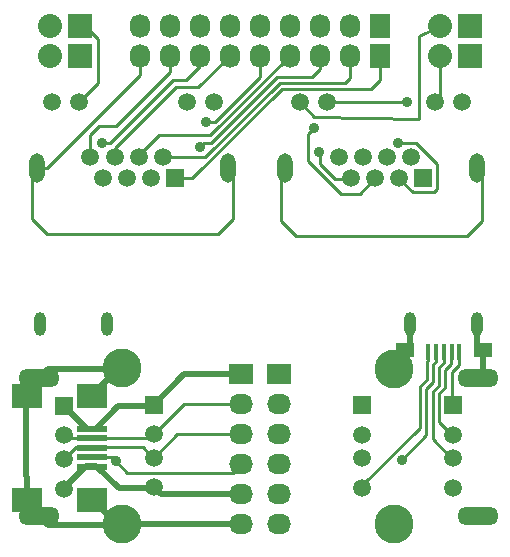
<source format=gbr>
G04 #@! TF.FileFunction,Copper,L1,Top,Signal*
%FSLAX46Y46*%
G04 Gerber Fmt 4.6, Leading zero omitted, Abs format (unit mm)*
G04 Created by KiCad (PCBNEW (2015-01-08 BZR 5360)-product) date 2015-01-22T23:58:58 CET*
%MOMM*%
G01*
G04 APERTURE LIST*
%ADD10C,0.100000*%
%ADD11R,2.032000X2.032000*%
%ADD12O,2.032000X2.032000*%
%ADD13R,1.727200X2.032000*%
%ADD14O,1.727200X2.032000*%
%ADD15R,1.500000X1.500000*%
%ADD16C,1.500000*%
%ADD17O,1.300000X2.500000*%
%ADD18R,2.032000X1.727200*%
%ADD19O,2.032000X1.727200*%
%ADD20C,3.300000*%
%ADD21O,3.500000X1.500000*%
%ADD22R,2.500000X0.500000*%
%ADD23R,2.500000X2.000000*%
%ADD24O,1.000000X2.000000*%
%ADD25R,0.400000X1.350000*%
%ADD26R,1.600000X1.200000*%
%ADD27C,0.889000*%
%ADD28C,0.254000*%
%ADD29C,0.508000*%
G04 APERTURE END LIST*
D10*
D11*
X67305000Y-62145000D03*
D12*
X64765000Y-62145000D03*
D11*
X67305000Y-64685000D03*
D12*
X64765000Y-64685000D03*
D13*
X92705000Y-64685000D03*
D14*
X90165000Y-64685000D03*
X87625000Y-64685000D03*
X85085000Y-64685000D03*
X82545000Y-64685000D03*
X80005000Y-64685000D03*
X77465000Y-64685000D03*
X74925000Y-64685000D03*
X72385000Y-64685000D03*
D11*
X100325000Y-64685000D03*
D12*
X97785000Y-64685000D03*
D13*
X92705000Y-62145000D03*
D14*
X90165000Y-62145000D03*
X87625000Y-62145000D03*
X85085000Y-62145000D03*
X82545000Y-62145000D03*
X80005000Y-62145000D03*
X77465000Y-62145000D03*
X74925000Y-62145000D03*
X72385000Y-62145000D03*
D11*
X100325000Y-62145000D03*
D12*
X97785000Y-62145000D03*
D15*
X96400000Y-75080000D03*
D16*
X95380000Y-73300000D03*
X94360000Y-75080000D03*
X93340000Y-73300000D03*
X92320000Y-75080000D03*
X91300000Y-73300000D03*
X90280000Y-75080000D03*
X89260000Y-73300000D03*
D17*
X100930000Y-74190000D03*
X84730000Y-74190000D03*
D16*
X97400000Y-68620000D03*
X99690000Y-68620000D03*
X85970000Y-68620000D03*
X88260000Y-68620000D03*
D15*
X75370000Y-75080000D03*
D16*
X74350000Y-73300000D03*
X73330000Y-75080000D03*
X72310000Y-73300000D03*
X71290000Y-75080000D03*
X70270000Y-73300000D03*
X69250000Y-75080000D03*
X68230000Y-73300000D03*
D17*
X79900000Y-74190000D03*
X63700000Y-74190000D03*
D16*
X76370000Y-68620000D03*
X78660000Y-68620000D03*
X64940000Y-68620000D03*
X67230000Y-68620000D03*
D18*
X81010000Y-91675000D03*
D19*
X81010000Y-94215000D03*
X81010000Y-96755000D03*
X81010000Y-99295000D03*
X81010000Y-101835000D03*
X81010000Y-104375000D03*
D18*
X84185000Y-91675000D03*
D19*
X84185000Y-94215000D03*
X84185000Y-96755000D03*
X84185000Y-99295000D03*
X84185000Y-101835000D03*
X84185000Y-104375000D03*
D15*
X73600000Y-94250000D03*
D16*
X73600000Y-96750000D03*
X73600000Y-98750000D03*
X73600000Y-101250000D03*
D20*
X70890000Y-104321000D03*
X70890000Y-91179000D03*
D15*
X91200000Y-94300000D03*
D16*
X91200000Y-96800000D03*
X91200000Y-98800000D03*
X91200000Y-101300000D03*
D20*
X93910000Y-104371000D03*
X93910000Y-91229000D03*
D16*
X98900000Y-101300000D03*
X98900000Y-98800000D03*
X98900000Y-96800000D03*
D15*
X98900000Y-94300000D03*
D21*
X101000000Y-91950000D03*
X101000000Y-103650000D03*
D16*
X66000000Y-101350000D03*
X66000000Y-98850000D03*
X66000000Y-96850000D03*
D15*
X66000000Y-94350000D03*
D21*
X63900000Y-92000000D03*
X63900000Y-103700000D03*
D22*
X68350000Y-96300000D03*
X68350000Y-97100000D03*
X68350000Y-97900000D03*
X68350000Y-98700000D03*
X68350000Y-99500000D03*
D23*
X62850000Y-102300000D03*
X68350000Y-102300000D03*
X68350000Y-93500000D03*
X62850000Y-93500000D03*
D24*
X95325000Y-87400000D03*
D25*
X99450000Y-89800000D03*
X98800000Y-89800000D03*
X98150000Y-89800000D03*
X97500000Y-89800000D03*
X96850000Y-89800000D03*
D24*
X100975000Y-87400000D03*
D26*
X101450000Y-89650000D03*
X94850000Y-89650000D03*
D24*
X69625000Y-87400000D03*
X63975000Y-87400000D03*
D27*
X77465000Y-72432000D03*
X77973000Y-70273000D03*
X69210000Y-72051000D03*
X94229000Y-72051000D03*
X87117000Y-70781000D03*
X87561500Y-72813000D03*
X94991000Y-68622000D03*
X70367400Y-99011600D03*
X94599000Y-98914000D03*
D28*
X92705000Y-66717000D02*
X92705000Y-64685000D01*
X91943000Y-67479000D02*
X92705000Y-66717000D01*
X84450000Y-67479000D02*
X91943000Y-67479000D01*
X76834000Y-75095000D02*
X84450000Y-67479000D01*
X75365000Y-75095000D02*
X76834000Y-75095000D01*
D29*
X68395000Y-96266800D02*
X67935000Y-96266800D01*
X70597200Y-94336800D02*
X68667200Y-96266800D01*
X68667200Y-96266800D02*
X68395000Y-96266800D01*
X73625000Y-94336800D02*
X70597200Y-94336800D01*
X67935000Y-96266800D02*
X66005000Y-94336800D01*
X76175000Y-91675000D02*
X73600000Y-94250000D01*
X81010000Y-91675000D02*
X76175000Y-91675000D01*
D28*
X84029156Y-66462996D02*
X86990000Y-66462996D01*
X86990000Y-66462996D02*
X87625000Y-65827996D01*
X87625000Y-65827996D02*
X87625000Y-64685000D01*
X77846000Y-72051000D02*
X78441152Y-72051000D01*
X77465000Y-72432000D02*
X77846000Y-72051000D01*
X78441152Y-72051000D02*
X84029156Y-66462996D01*
X66975000Y-97866800D02*
X66005000Y-98836800D01*
X72655000Y-97866800D02*
X73625000Y-98836800D01*
X68395000Y-97866800D02*
X66975000Y-97866800D01*
X68395000Y-97866800D02*
X72655000Y-97866800D01*
X75595000Y-96755000D02*
X73600000Y-98750000D01*
X81010000Y-96755000D02*
X75595000Y-96755000D01*
X89784000Y-66970998D02*
X90165000Y-66589998D01*
X84239578Y-66970998D02*
X89784000Y-66970998D01*
X90165000Y-66589998D02*
X90165000Y-64685000D01*
X77895576Y-73315000D02*
X84239578Y-66970998D01*
X74345000Y-73315000D02*
X77895576Y-73315000D01*
X68395000Y-97066800D02*
X66235000Y-97066800D01*
X66235000Y-97066800D02*
X66005000Y-96836800D01*
X73395000Y-97066800D02*
X73625000Y-96836800D01*
X68395000Y-97066800D02*
X73395000Y-97066800D01*
X76135000Y-94215000D02*
X73600000Y-96750000D01*
X81010000Y-94215000D02*
X76135000Y-94215000D01*
X85085000Y-64688728D02*
X85085000Y-64685000D01*
X78357728Y-71416000D02*
X85085000Y-64688728D01*
X74036000Y-71416000D02*
X78357728Y-71416000D01*
X72305000Y-73315000D02*
X72305000Y-73147000D01*
X72305000Y-73147000D02*
X74036000Y-71416000D01*
D29*
X73625000Y-101336800D02*
X70609800Y-101336800D01*
X67875000Y-99466800D02*
X66005000Y-101336800D01*
X68395000Y-99466800D02*
X67875000Y-99466800D01*
X70609800Y-101336800D02*
X68739800Y-99466800D01*
X68739800Y-99466800D02*
X68395000Y-99466800D01*
X74185000Y-101835000D02*
X73600000Y-101250000D01*
X81010000Y-101835000D02*
X74185000Y-101835000D01*
D28*
X82545000Y-64685000D02*
X82545000Y-66463000D01*
X82545000Y-66463000D02*
X78735000Y-70273000D01*
X78735000Y-70273000D02*
X77973000Y-70273000D01*
D29*
X70915000Y-91265800D02*
X64626000Y-91265800D01*
X64626000Y-91265800D02*
X63905000Y-91986800D01*
X63905000Y-103686800D02*
X63905000Y-103276800D01*
X63905000Y-103276800D02*
X62895000Y-102266800D01*
X70915000Y-104407800D02*
X70536000Y-104407800D01*
X70536000Y-104407800D02*
X68395000Y-102266800D01*
X70915000Y-104407800D02*
X64626000Y-104407800D01*
X64626000Y-104407800D02*
X63905000Y-103686800D01*
X62895000Y-93466800D02*
X62895000Y-92996800D01*
X62895000Y-92996800D02*
X63905000Y-91986800D01*
X70915000Y-91265800D02*
X70596000Y-91265800D01*
X70596000Y-91265800D02*
X68395000Y-93466800D01*
D28*
X71132200Y-104625000D02*
X70915000Y-104407800D01*
D29*
X70944000Y-104375000D02*
X70890000Y-104321000D01*
X81010000Y-104375000D02*
X70944000Y-104375000D01*
X62800000Y-93550000D02*
X62850000Y-93500000D01*
X62850000Y-100350000D02*
X62800000Y-100300000D01*
X62800000Y-100300000D02*
X62800000Y-93550000D01*
X62850000Y-102300000D02*
X62850000Y-100350000D01*
D28*
X77338000Y-67352000D02*
X80005000Y-64685000D01*
X70265000Y-73315000D02*
X70265000Y-72520000D01*
X75433000Y-67352000D02*
X77338000Y-67352000D01*
X70265000Y-72520000D02*
X75433000Y-67352000D01*
X77465000Y-65574000D02*
X77465000Y-64685000D01*
X76322000Y-66717000D02*
X77465000Y-65574000D01*
X75179000Y-66717000D02*
X76322000Y-66717000D01*
X69845000Y-72051000D02*
X75179000Y-66717000D01*
X69210000Y-72051000D02*
X69845000Y-72051000D01*
X74925000Y-66082000D02*
X74925000Y-64685000D01*
X68225000Y-73315000D02*
X68225000Y-71385000D01*
X70353000Y-70654000D02*
X74925000Y-66082000D01*
X68956000Y-70654000D02*
X70353000Y-70654000D01*
X68225000Y-71385000D02*
X68956000Y-70654000D01*
X67305000Y-62145000D02*
X67733000Y-62145000D01*
X67733000Y-62145000D02*
X68834000Y-63246000D01*
X68834000Y-63246000D02*
X68834000Y-67016000D01*
X68834000Y-67016000D02*
X67230000Y-68620000D01*
X97327800Y-76267400D02*
X97581800Y-76013400D01*
X97581800Y-76013400D02*
X97581800Y-73879800D01*
X97581800Y-73879800D02*
X95753000Y-72051000D01*
X95753000Y-72051000D02*
X94229000Y-72051000D01*
X95499000Y-76267400D02*
X97327800Y-76267400D01*
X94362000Y-75099000D02*
X94362000Y-75130400D01*
X94362000Y-75130400D02*
X95499000Y-76267400D01*
X86609000Y-71289000D02*
X87117000Y-70781000D01*
X86609000Y-73575000D02*
X86609000Y-71289000D01*
X89403000Y-76369000D02*
X86609000Y-73575000D01*
X92285000Y-75095000D02*
X91011000Y-76369000D01*
X91011000Y-76369000D02*
X89403000Y-76369000D01*
X87561500Y-72813000D02*
X87625000Y-72876500D01*
X87625000Y-72876500D02*
X87625000Y-73829000D01*
X87625000Y-73829000D02*
X88895000Y-75099000D01*
X88895000Y-75099000D02*
X90282000Y-75099000D01*
X90241000Y-75099000D02*
X90245000Y-75095000D01*
X97365000Y-68635000D02*
X97785000Y-68215000D01*
X97785000Y-68215000D02*
X97785000Y-64685000D01*
X85935000Y-68635000D02*
X87192000Y-69892000D01*
X87192000Y-69892000D02*
X96007000Y-70019000D01*
X96007000Y-70019000D02*
X96007000Y-63034000D01*
X96007000Y-63034000D02*
X97785000Y-62145000D01*
X88238000Y-68622000D02*
X94991000Y-68622000D01*
X88225000Y-68635000D02*
X88238000Y-68622000D01*
X72385000Y-66336000D02*
X72385000Y-64685000D01*
X63695000Y-74205000D02*
X63241000Y-74659000D01*
X80259000Y-74569000D02*
X79895000Y-74205000D01*
X80259000Y-78528000D02*
X80259000Y-74569000D01*
X78989000Y-79798000D02*
X80259000Y-78528000D01*
X64511000Y-79798000D02*
X78989000Y-79798000D01*
X63241000Y-78528000D02*
X64511000Y-79798000D01*
X63241000Y-74659000D02*
X63241000Y-78528000D01*
X63695000Y-74205000D02*
X64516000Y-74205000D01*
X64516000Y-74205000D02*
X72385000Y-66336000D01*
X84695000Y-74205000D02*
X84323000Y-74577000D01*
X101341000Y-74651000D02*
X100895000Y-74205000D01*
X101341000Y-78655000D02*
X101341000Y-74651000D01*
X100071000Y-79925000D02*
X101341000Y-78655000D01*
X85593000Y-79925000D02*
X100071000Y-79925000D01*
X84323000Y-78655000D02*
X85593000Y-79925000D01*
X84323000Y-74577000D02*
X84323000Y-78655000D01*
X80476600Y-99828400D02*
X81010000Y-99295000D01*
X70022600Y-98666800D02*
X70367400Y-99011600D01*
X68395000Y-98666800D02*
X70022600Y-98666800D01*
X70367400Y-99017400D02*
X71350000Y-100000000D01*
X71350000Y-100000000D02*
X80305000Y-100000000D01*
X80305000Y-100000000D02*
X81010000Y-99295000D01*
X70367400Y-99011600D02*
X70367400Y-99017400D01*
X99445000Y-89804300D02*
X99445000Y-90893000D01*
X99445000Y-90893000D02*
X98815400Y-91522600D01*
X98815400Y-91522600D02*
X98815400Y-94274700D01*
X98815400Y-94274700D02*
X98865000Y-94324300D01*
X97723200Y-93351400D02*
X97723200Y-95682500D01*
X97723200Y-95682500D02*
X98865000Y-96824300D01*
X98282000Y-92792600D02*
X97723200Y-93351400D01*
X98282000Y-91319400D02*
X98282000Y-92792600D01*
X98795000Y-90806400D02*
X98282000Y-91319400D01*
X98795000Y-89804300D02*
X98795000Y-90806400D01*
X97189800Y-97149100D02*
X98865000Y-98824300D01*
X97189800Y-93148200D02*
X97189800Y-97149100D01*
X97748600Y-92589400D02*
X97189800Y-93148200D01*
X97748600Y-91090800D02*
X97748600Y-92589400D01*
X98145000Y-90694400D02*
X97748600Y-91090800D01*
X98145000Y-89804300D02*
X98145000Y-90694400D01*
X96681800Y-92132200D02*
X96123000Y-92691000D01*
X96845000Y-89804300D02*
X96845000Y-90495800D01*
X96681800Y-90659000D02*
X96681800Y-92132200D01*
X96845000Y-90495800D02*
X96681800Y-90659000D01*
X96123000Y-92691000D02*
X96123000Y-96196200D01*
X96123000Y-96196200D02*
X91245000Y-101074200D01*
X91245000Y-101074200D02*
X91245000Y-101324300D01*
D29*
X101445000Y-89654300D02*
X101445000Y-91494300D01*
X101445000Y-91494300D02*
X100965000Y-91974300D01*
X100970000Y-87404300D02*
X100970000Y-89179300D01*
X100970000Y-89179300D02*
X101445000Y-89654300D01*
X94845000Y-89654300D02*
X94845000Y-90363300D01*
X94845000Y-90363300D02*
X93955000Y-91253300D01*
X95320000Y-87404300D02*
X95320000Y-89179300D01*
X95320000Y-89179300D02*
X94845000Y-89654300D01*
D28*
X96656400Y-96856600D02*
X94599000Y-98914000D01*
X97495000Y-89804300D02*
X97495000Y-90582400D01*
X97215200Y-92360800D02*
X96656400Y-92919600D01*
X97215200Y-90862200D02*
X97215200Y-92360800D01*
X97495000Y-90582400D02*
X97215200Y-90862200D01*
X96656400Y-92919600D02*
X96656400Y-96856600D01*
M02*

</source>
